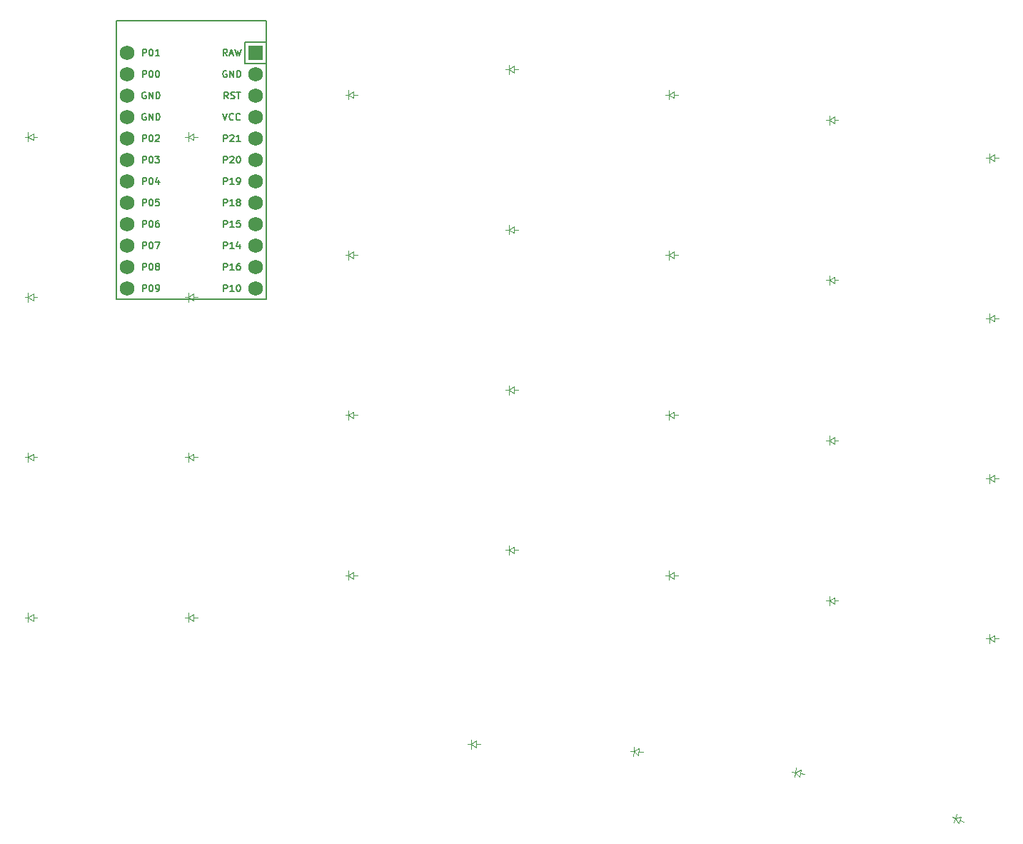
<source format=gbr>
%TF.GenerationSoftware,KiCad,Pcbnew,8.0.6*%
%TF.CreationDate,2024-11-09T22:39:55-08:00*%
%TF.ProjectId,altair,616c7461-6972-42e6-9b69-6361645f7063,v1.0.0*%
%TF.SameCoordinates,Original*%
%TF.FileFunction,Legend,Top*%
%TF.FilePolarity,Positive*%
%FSLAX46Y46*%
G04 Gerber Fmt 4.6, Leading zero omitted, Abs format (unit mm)*
G04 Created by KiCad (PCBNEW 8.0.6) date 2024-11-09 22:39:55*
%MOMM*%
%LPD*%
G01*
G04 APERTURE LIST*
%ADD10C,0.150000*%
%ADD11C,0.100000*%
%ADD12R,1.752600X1.752600*%
%ADD13C,1.752600*%
G04 APERTURE END LIST*
D10*
X123247619Y-38392295D02*
X122980952Y-38011342D01*
X122790476Y-38392295D02*
X122790476Y-37592295D01*
X122790476Y-37592295D02*
X123095238Y-37592295D01*
X123095238Y-37592295D02*
X123171428Y-37630390D01*
X123171428Y-37630390D02*
X123209523Y-37668485D01*
X123209523Y-37668485D02*
X123247619Y-37744676D01*
X123247619Y-37744676D02*
X123247619Y-37858961D01*
X123247619Y-37858961D02*
X123209523Y-37935152D01*
X123209523Y-37935152D02*
X123171428Y-37973247D01*
X123171428Y-37973247D02*
X123095238Y-38011342D01*
X123095238Y-38011342D02*
X122790476Y-38011342D01*
X123552380Y-38163723D02*
X123933333Y-38163723D01*
X123476190Y-38392295D02*
X123742857Y-37592295D01*
X123742857Y-37592295D02*
X124009523Y-38392295D01*
X124199999Y-37592295D02*
X124390475Y-38392295D01*
X124390475Y-38392295D02*
X124542856Y-37820866D01*
X124542856Y-37820866D02*
X124695237Y-38392295D01*
X124695237Y-38392295D02*
X124885714Y-37592295D01*
X123190476Y-40170390D02*
X123114286Y-40132295D01*
X123114286Y-40132295D02*
X123000000Y-40132295D01*
X123000000Y-40132295D02*
X122885714Y-40170390D01*
X122885714Y-40170390D02*
X122809524Y-40246580D01*
X122809524Y-40246580D02*
X122771429Y-40322771D01*
X122771429Y-40322771D02*
X122733333Y-40475152D01*
X122733333Y-40475152D02*
X122733333Y-40589438D01*
X122733333Y-40589438D02*
X122771429Y-40741819D01*
X122771429Y-40741819D02*
X122809524Y-40818009D01*
X122809524Y-40818009D02*
X122885714Y-40894200D01*
X122885714Y-40894200D02*
X123000000Y-40932295D01*
X123000000Y-40932295D02*
X123076191Y-40932295D01*
X123076191Y-40932295D02*
X123190476Y-40894200D01*
X123190476Y-40894200D02*
X123228572Y-40856104D01*
X123228572Y-40856104D02*
X123228572Y-40589438D01*
X123228572Y-40589438D02*
X123076191Y-40589438D01*
X123571429Y-40932295D02*
X123571429Y-40132295D01*
X123571429Y-40132295D02*
X124028572Y-40932295D01*
X124028572Y-40932295D02*
X124028572Y-40132295D01*
X124409524Y-40932295D02*
X124409524Y-40132295D01*
X124409524Y-40132295D02*
X124600000Y-40132295D01*
X124600000Y-40132295D02*
X124714286Y-40170390D01*
X124714286Y-40170390D02*
X124790476Y-40246580D01*
X124790476Y-40246580D02*
X124828571Y-40322771D01*
X124828571Y-40322771D02*
X124866667Y-40475152D01*
X124866667Y-40475152D02*
X124866667Y-40589438D01*
X124866667Y-40589438D02*
X124828571Y-40741819D01*
X124828571Y-40741819D02*
X124790476Y-40818009D01*
X124790476Y-40818009D02*
X124714286Y-40894200D01*
X124714286Y-40894200D02*
X124600000Y-40932295D01*
X124600000Y-40932295D02*
X124409524Y-40932295D01*
X123361905Y-43472295D02*
X123095238Y-43091342D01*
X122904762Y-43472295D02*
X122904762Y-42672295D01*
X122904762Y-42672295D02*
X123209524Y-42672295D01*
X123209524Y-42672295D02*
X123285714Y-42710390D01*
X123285714Y-42710390D02*
X123323809Y-42748485D01*
X123323809Y-42748485D02*
X123361905Y-42824676D01*
X123361905Y-42824676D02*
X123361905Y-42938961D01*
X123361905Y-42938961D02*
X123323809Y-43015152D01*
X123323809Y-43015152D02*
X123285714Y-43053247D01*
X123285714Y-43053247D02*
X123209524Y-43091342D01*
X123209524Y-43091342D02*
X122904762Y-43091342D01*
X123666666Y-43434200D02*
X123780952Y-43472295D01*
X123780952Y-43472295D02*
X123971428Y-43472295D01*
X123971428Y-43472295D02*
X124047619Y-43434200D01*
X124047619Y-43434200D02*
X124085714Y-43396104D01*
X124085714Y-43396104D02*
X124123809Y-43319914D01*
X124123809Y-43319914D02*
X124123809Y-43243723D01*
X124123809Y-43243723D02*
X124085714Y-43167533D01*
X124085714Y-43167533D02*
X124047619Y-43129438D01*
X124047619Y-43129438D02*
X123971428Y-43091342D01*
X123971428Y-43091342D02*
X123819047Y-43053247D01*
X123819047Y-43053247D02*
X123742857Y-43015152D01*
X123742857Y-43015152D02*
X123704762Y-42977057D01*
X123704762Y-42977057D02*
X123666666Y-42900866D01*
X123666666Y-42900866D02*
X123666666Y-42824676D01*
X123666666Y-42824676D02*
X123704762Y-42748485D01*
X123704762Y-42748485D02*
X123742857Y-42710390D01*
X123742857Y-42710390D02*
X123819047Y-42672295D01*
X123819047Y-42672295D02*
X124009524Y-42672295D01*
X124009524Y-42672295D02*
X124123809Y-42710390D01*
X124352381Y-42672295D02*
X124809524Y-42672295D01*
X124580952Y-43472295D02*
X124580952Y-42672295D01*
X122733333Y-45212295D02*
X123000000Y-46012295D01*
X123000000Y-46012295D02*
X123266666Y-45212295D01*
X123990476Y-45936104D02*
X123952380Y-45974200D01*
X123952380Y-45974200D02*
X123838095Y-46012295D01*
X123838095Y-46012295D02*
X123761904Y-46012295D01*
X123761904Y-46012295D02*
X123647618Y-45974200D01*
X123647618Y-45974200D02*
X123571428Y-45898009D01*
X123571428Y-45898009D02*
X123533333Y-45821819D01*
X123533333Y-45821819D02*
X123495237Y-45669438D01*
X123495237Y-45669438D02*
X123495237Y-45555152D01*
X123495237Y-45555152D02*
X123533333Y-45402771D01*
X123533333Y-45402771D02*
X123571428Y-45326580D01*
X123571428Y-45326580D02*
X123647618Y-45250390D01*
X123647618Y-45250390D02*
X123761904Y-45212295D01*
X123761904Y-45212295D02*
X123838095Y-45212295D01*
X123838095Y-45212295D02*
X123952380Y-45250390D01*
X123952380Y-45250390D02*
X123990476Y-45288485D01*
X124790476Y-45936104D02*
X124752380Y-45974200D01*
X124752380Y-45974200D02*
X124638095Y-46012295D01*
X124638095Y-46012295D02*
X124561904Y-46012295D01*
X124561904Y-46012295D02*
X124447618Y-45974200D01*
X124447618Y-45974200D02*
X124371428Y-45898009D01*
X124371428Y-45898009D02*
X124333333Y-45821819D01*
X124333333Y-45821819D02*
X124295237Y-45669438D01*
X124295237Y-45669438D02*
X124295237Y-45555152D01*
X124295237Y-45555152D02*
X124333333Y-45402771D01*
X124333333Y-45402771D02*
X124371428Y-45326580D01*
X124371428Y-45326580D02*
X124447618Y-45250390D01*
X124447618Y-45250390D02*
X124561904Y-45212295D01*
X124561904Y-45212295D02*
X124638095Y-45212295D01*
X124638095Y-45212295D02*
X124752380Y-45250390D01*
X124752380Y-45250390D02*
X124790476Y-45288485D01*
X122828571Y-48552295D02*
X122828571Y-47752295D01*
X122828571Y-47752295D02*
X123133333Y-47752295D01*
X123133333Y-47752295D02*
X123209523Y-47790390D01*
X123209523Y-47790390D02*
X123247618Y-47828485D01*
X123247618Y-47828485D02*
X123285714Y-47904676D01*
X123285714Y-47904676D02*
X123285714Y-48018961D01*
X123285714Y-48018961D02*
X123247618Y-48095152D01*
X123247618Y-48095152D02*
X123209523Y-48133247D01*
X123209523Y-48133247D02*
X123133333Y-48171342D01*
X123133333Y-48171342D02*
X122828571Y-48171342D01*
X123590475Y-47828485D02*
X123628571Y-47790390D01*
X123628571Y-47790390D02*
X123704761Y-47752295D01*
X123704761Y-47752295D02*
X123895237Y-47752295D01*
X123895237Y-47752295D02*
X123971428Y-47790390D01*
X123971428Y-47790390D02*
X124009523Y-47828485D01*
X124009523Y-47828485D02*
X124047618Y-47904676D01*
X124047618Y-47904676D02*
X124047618Y-47980866D01*
X124047618Y-47980866D02*
X124009523Y-48095152D01*
X124009523Y-48095152D02*
X123552380Y-48552295D01*
X123552380Y-48552295D02*
X124047618Y-48552295D01*
X124809523Y-48552295D02*
X124352380Y-48552295D01*
X124580952Y-48552295D02*
X124580952Y-47752295D01*
X124580952Y-47752295D02*
X124504761Y-47866580D01*
X124504761Y-47866580D02*
X124428571Y-47942771D01*
X124428571Y-47942771D02*
X124352380Y-47980866D01*
X122828571Y-51092295D02*
X122828571Y-50292295D01*
X122828571Y-50292295D02*
X123133333Y-50292295D01*
X123133333Y-50292295D02*
X123209523Y-50330390D01*
X123209523Y-50330390D02*
X123247618Y-50368485D01*
X123247618Y-50368485D02*
X123285714Y-50444676D01*
X123285714Y-50444676D02*
X123285714Y-50558961D01*
X123285714Y-50558961D02*
X123247618Y-50635152D01*
X123247618Y-50635152D02*
X123209523Y-50673247D01*
X123209523Y-50673247D02*
X123133333Y-50711342D01*
X123133333Y-50711342D02*
X122828571Y-50711342D01*
X123590475Y-50368485D02*
X123628571Y-50330390D01*
X123628571Y-50330390D02*
X123704761Y-50292295D01*
X123704761Y-50292295D02*
X123895237Y-50292295D01*
X123895237Y-50292295D02*
X123971428Y-50330390D01*
X123971428Y-50330390D02*
X124009523Y-50368485D01*
X124009523Y-50368485D02*
X124047618Y-50444676D01*
X124047618Y-50444676D02*
X124047618Y-50520866D01*
X124047618Y-50520866D02*
X124009523Y-50635152D01*
X124009523Y-50635152D02*
X123552380Y-51092295D01*
X123552380Y-51092295D02*
X124047618Y-51092295D01*
X124542857Y-50292295D02*
X124619047Y-50292295D01*
X124619047Y-50292295D02*
X124695238Y-50330390D01*
X124695238Y-50330390D02*
X124733333Y-50368485D01*
X124733333Y-50368485D02*
X124771428Y-50444676D01*
X124771428Y-50444676D02*
X124809523Y-50597057D01*
X124809523Y-50597057D02*
X124809523Y-50787533D01*
X124809523Y-50787533D02*
X124771428Y-50939914D01*
X124771428Y-50939914D02*
X124733333Y-51016104D01*
X124733333Y-51016104D02*
X124695238Y-51054200D01*
X124695238Y-51054200D02*
X124619047Y-51092295D01*
X124619047Y-51092295D02*
X124542857Y-51092295D01*
X124542857Y-51092295D02*
X124466666Y-51054200D01*
X124466666Y-51054200D02*
X124428571Y-51016104D01*
X124428571Y-51016104D02*
X124390476Y-50939914D01*
X124390476Y-50939914D02*
X124352380Y-50787533D01*
X124352380Y-50787533D02*
X124352380Y-50597057D01*
X124352380Y-50597057D02*
X124390476Y-50444676D01*
X124390476Y-50444676D02*
X124428571Y-50368485D01*
X124428571Y-50368485D02*
X124466666Y-50330390D01*
X124466666Y-50330390D02*
X124542857Y-50292295D01*
X122828571Y-53632295D02*
X122828571Y-52832295D01*
X122828571Y-52832295D02*
X123133333Y-52832295D01*
X123133333Y-52832295D02*
X123209523Y-52870390D01*
X123209523Y-52870390D02*
X123247618Y-52908485D01*
X123247618Y-52908485D02*
X123285714Y-52984676D01*
X123285714Y-52984676D02*
X123285714Y-53098961D01*
X123285714Y-53098961D02*
X123247618Y-53175152D01*
X123247618Y-53175152D02*
X123209523Y-53213247D01*
X123209523Y-53213247D02*
X123133333Y-53251342D01*
X123133333Y-53251342D02*
X122828571Y-53251342D01*
X124047618Y-53632295D02*
X123590475Y-53632295D01*
X123819047Y-53632295D02*
X123819047Y-52832295D01*
X123819047Y-52832295D02*
X123742856Y-52946580D01*
X123742856Y-52946580D02*
X123666666Y-53022771D01*
X123666666Y-53022771D02*
X123590475Y-53060866D01*
X124428571Y-53632295D02*
X124580952Y-53632295D01*
X124580952Y-53632295D02*
X124657142Y-53594200D01*
X124657142Y-53594200D02*
X124695238Y-53556104D01*
X124695238Y-53556104D02*
X124771428Y-53441819D01*
X124771428Y-53441819D02*
X124809523Y-53289438D01*
X124809523Y-53289438D02*
X124809523Y-52984676D01*
X124809523Y-52984676D02*
X124771428Y-52908485D01*
X124771428Y-52908485D02*
X124733333Y-52870390D01*
X124733333Y-52870390D02*
X124657142Y-52832295D01*
X124657142Y-52832295D02*
X124504761Y-52832295D01*
X124504761Y-52832295D02*
X124428571Y-52870390D01*
X124428571Y-52870390D02*
X124390476Y-52908485D01*
X124390476Y-52908485D02*
X124352380Y-52984676D01*
X124352380Y-52984676D02*
X124352380Y-53175152D01*
X124352380Y-53175152D02*
X124390476Y-53251342D01*
X124390476Y-53251342D02*
X124428571Y-53289438D01*
X124428571Y-53289438D02*
X124504761Y-53327533D01*
X124504761Y-53327533D02*
X124657142Y-53327533D01*
X124657142Y-53327533D02*
X124733333Y-53289438D01*
X124733333Y-53289438D02*
X124771428Y-53251342D01*
X124771428Y-53251342D02*
X124809523Y-53175152D01*
X122828571Y-56172295D02*
X122828571Y-55372295D01*
X122828571Y-55372295D02*
X123133333Y-55372295D01*
X123133333Y-55372295D02*
X123209523Y-55410390D01*
X123209523Y-55410390D02*
X123247618Y-55448485D01*
X123247618Y-55448485D02*
X123285714Y-55524676D01*
X123285714Y-55524676D02*
X123285714Y-55638961D01*
X123285714Y-55638961D02*
X123247618Y-55715152D01*
X123247618Y-55715152D02*
X123209523Y-55753247D01*
X123209523Y-55753247D02*
X123133333Y-55791342D01*
X123133333Y-55791342D02*
X122828571Y-55791342D01*
X124047618Y-56172295D02*
X123590475Y-56172295D01*
X123819047Y-56172295D02*
X123819047Y-55372295D01*
X123819047Y-55372295D02*
X123742856Y-55486580D01*
X123742856Y-55486580D02*
X123666666Y-55562771D01*
X123666666Y-55562771D02*
X123590475Y-55600866D01*
X124504761Y-55715152D02*
X124428571Y-55677057D01*
X124428571Y-55677057D02*
X124390476Y-55638961D01*
X124390476Y-55638961D02*
X124352380Y-55562771D01*
X124352380Y-55562771D02*
X124352380Y-55524676D01*
X124352380Y-55524676D02*
X124390476Y-55448485D01*
X124390476Y-55448485D02*
X124428571Y-55410390D01*
X124428571Y-55410390D02*
X124504761Y-55372295D01*
X124504761Y-55372295D02*
X124657142Y-55372295D01*
X124657142Y-55372295D02*
X124733333Y-55410390D01*
X124733333Y-55410390D02*
X124771428Y-55448485D01*
X124771428Y-55448485D02*
X124809523Y-55524676D01*
X124809523Y-55524676D02*
X124809523Y-55562771D01*
X124809523Y-55562771D02*
X124771428Y-55638961D01*
X124771428Y-55638961D02*
X124733333Y-55677057D01*
X124733333Y-55677057D02*
X124657142Y-55715152D01*
X124657142Y-55715152D02*
X124504761Y-55715152D01*
X124504761Y-55715152D02*
X124428571Y-55753247D01*
X124428571Y-55753247D02*
X124390476Y-55791342D01*
X124390476Y-55791342D02*
X124352380Y-55867533D01*
X124352380Y-55867533D02*
X124352380Y-56019914D01*
X124352380Y-56019914D02*
X124390476Y-56096104D01*
X124390476Y-56096104D02*
X124428571Y-56134200D01*
X124428571Y-56134200D02*
X124504761Y-56172295D01*
X124504761Y-56172295D02*
X124657142Y-56172295D01*
X124657142Y-56172295D02*
X124733333Y-56134200D01*
X124733333Y-56134200D02*
X124771428Y-56096104D01*
X124771428Y-56096104D02*
X124809523Y-56019914D01*
X124809523Y-56019914D02*
X124809523Y-55867533D01*
X124809523Y-55867533D02*
X124771428Y-55791342D01*
X124771428Y-55791342D02*
X124733333Y-55753247D01*
X124733333Y-55753247D02*
X124657142Y-55715152D01*
X122828571Y-58712295D02*
X122828571Y-57912295D01*
X122828571Y-57912295D02*
X123133333Y-57912295D01*
X123133333Y-57912295D02*
X123209523Y-57950390D01*
X123209523Y-57950390D02*
X123247618Y-57988485D01*
X123247618Y-57988485D02*
X123285714Y-58064676D01*
X123285714Y-58064676D02*
X123285714Y-58178961D01*
X123285714Y-58178961D02*
X123247618Y-58255152D01*
X123247618Y-58255152D02*
X123209523Y-58293247D01*
X123209523Y-58293247D02*
X123133333Y-58331342D01*
X123133333Y-58331342D02*
X122828571Y-58331342D01*
X124047618Y-58712295D02*
X123590475Y-58712295D01*
X123819047Y-58712295D02*
X123819047Y-57912295D01*
X123819047Y-57912295D02*
X123742856Y-58026580D01*
X123742856Y-58026580D02*
X123666666Y-58102771D01*
X123666666Y-58102771D02*
X123590475Y-58140866D01*
X124771428Y-57912295D02*
X124390476Y-57912295D01*
X124390476Y-57912295D02*
X124352380Y-58293247D01*
X124352380Y-58293247D02*
X124390476Y-58255152D01*
X124390476Y-58255152D02*
X124466666Y-58217057D01*
X124466666Y-58217057D02*
X124657142Y-58217057D01*
X124657142Y-58217057D02*
X124733333Y-58255152D01*
X124733333Y-58255152D02*
X124771428Y-58293247D01*
X124771428Y-58293247D02*
X124809523Y-58369438D01*
X124809523Y-58369438D02*
X124809523Y-58559914D01*
X124809523Y-58559914D02*
X124771428Y-58636104D01*
X124771428Y-58636104D02*
X124733333Y-58674200D01*
X124733333Y-58674200D02*
X124657142Y-58712295D01*
X124657142Y-58712295D02*
X124466666Y-58712295D01*
X124466666Y-58712295D02*
X124390476Y-58674200D01*
X124390476Y-58674200D02*
X124352380Y-58636104D01*
X122828571Y-61252295D02*
X122828571Y-60452295D01*
X122828571Y-60452295D02*
X123133333Y-60452295D01*
X123133333Y-60452295D02*
X123209523Y-60490390D01*
X123209523Y-60490390D02*
X123247618Y-60528485D01*
X123247618Y-60528485D02*
X123285714Y-60604676D01*
X123285714Y-60604676D02*
X123285714Y-60718961D01*
X123285714Y-60718961D02*
X123247618Y-60795152D01*
X123247618Y-60795152D02*
X123209523Y-60833247D01*
X123209523Y-60833247D02*
X123133333Y-60871342D01*
X123133333Y-60871342D02*
X122828571Y-60871342D01*
X124047618Y-61252295D02*
X123590475Y-61252295D01*
X123819047Y-61252295D02*
X123819047Y-60452295D01*
X123819047Y-60452295D02*
X123742856Y-60566580D01*
X123742856Y-60566580D02*
X123666666Y-60642771D01*
X123666666Y-60642771D02*
X123590475Y-60680866D01*
X124733333Y-60718961D02*
X124733333Y-61252295D01*
X124542857Y-60414200D02*
X124352380Y-60985628D01*
X124352380Y-60985628D02*
X124847619Y-60985628D01*
X122828571Y-63792295D02*
X122828571Y-62992295D01*
X122828571Y-62992295D02*
X123133333Y-62992295D01*
X123133333Y-62992295D02*
X123209523Y-63030390D01*
X123209523Y-63030390D02*
X123247618Y-63068485D01*
X123247618Y-63068485D02*
X123285714Y-63144676D01*
X123285714Y-63144676D02*
X123285714Y-63258961D01*
X123285714Y-63258961D02*
X123247618Y-63335152D01*
X123247618Y-63335152D02*
X123209523Y-63373247D01*
X123209523Y-63373247D02*
X123133333Y-63411342D01*
X123133333Y-63411342D02*
X122828571Y-63411342D01*
X124047618Y-63792295D02*
X123590475Y-63792295D01*
X123819047Y-63792295D02*
X123819047Y-62992295D01*
X123819047Y-62992295D02*
X123742856Y-63106580D01*
X123742856Y-63106580D02*
X123666666Y-63182771D01*
X123666666Y-63182771D02*
X123590475Y-63220866D01*
X124733333Y-62992295D02*
X124580952Y-62992295D01*
X124580952Y-62992295D02*
X124504761Y-63030390D01*
X124504761Y-63030390D02*
X124466666Y-63068485D01*
X124466666Y-63068485D02*
X124390476Y-63182771D01*
X124390476Y-63182771D02*
X124352380Y-63335152D01*
X124352380Y-63335152D02*
X124352380Y-63639914D01*
X124352380Y-63639914D02*
X124390476Y-63716104D01*
X124390476Y-63716104D02*
X124428571Y-63754200D01*
X124428571Y-63754200D02*
X124504761Y-63792295D01*
X124504761Y-63792295D02*
X124657142Y-63792295D01*
X124657142Y-63792295D02*
X124733333Y-63754200D01*
X124733333Y-63754200D02*
X124771428Y-63716104D01*
X124771428Y-63716104D02*
X124809523Y-63639914D01*
X124809523Y-63639914D02*
X124809523Y-63449438D01*
X124809523Y-63449438D02*
X124771428Y-63373247D01*
X124771428Y-63373247D02*
X124733333Y-63335152D01*
X124733333Y-63335152D02*
X124657142Y-63297057D01*
X124657142Y-63297057D02*
X124504761Y-63297057D01*
X124504761Y-63297057D02*
X124428571Y-63335152D01*
X124428571Y-63335152D02*
X124390476Y-63373247D01*
X124390476Y-63373247D02*
X124352380Y-63449438D01*
X122828571Y-66332295D02*
X122828571Y-65532295D01*
X122828571Y-65532295D02*
X123133333Y-65532295D01*
X123133333Y-65532295D02*
X123209523Y-65570390D01*
X123209523Y-65570390D02*
X123247618Y-65608485D01*
X123247618Y-65608485D02*
X123285714Y-65684676D01*
X123285714Y-65684676D02*
X123285714Y-65798961D01*
X123285714Y-65798961D02*
X123247618Y-65875152D01*
X123247618Y-65875152D02*
X123209523Y-65913247D01*
X123209523Y-65913247D02*
X123133333Y-65951342D01*
X123133333Y-65951342D02*
X122828571Y-65951342D01*
X124047618Y-66332295D02*
X123590475Y-66332295D01*
X123819047Y-66332295D02*
X123819047Y-65532295D01*
X123819047Y-65532295D02*
X123742856Y-65646580D01*
X123742856Y-65646580D02*
X123666666Y-65722771D01*
X123666666Y-65722771D02*
X123590475Y-65760866D01*
X124542857Y-65532295D02*
X124619047Y-65532295D01*
X124619047Y-65532295D02*
X124695238Y-65570390D01*
X124695238Y-65570390D02*
X124733333Y-65608485D01*
X124733333Y-65608485D02*
X124771428Y-65684676D01*
X124771428Y-65684676D02*
X124809523Y-65837057D01*
X124809523Y-65837057D02*
X124809523Y-66027533D01*
X124809523Y-66027533D02*
X124771428Y-66179914D01*
X124771428Y-66179914D02*
X124733333Y-66256104D01*
X124733333Y-66256104D02*
X124695238Y-66294200D01*
X124695238Y-66294200D02*
X124619047Y-66332295D01*
X124619047Y-66332295D02*
X124542857Y-66332295D01*
X124542857Y-66332295D02*
X124466666Y-66294200D01*
X124466666Y-66294200D02*
X124428571Y-66256104D01*
X124428571Y-66256104D02*
X124390476Y-66179914D01*
X124390476Y-66179914D02*
X124352380Y-66027533D01*
X124352380Y-66027533D02*
X124352380Y-65837057D01*
X124352380Y-65837057D02*
X124390476Y-65684676D01*
X124390476Y-65684676D02*
X124428571Y-65608485D01*
X124428571Y-65608485D02*
X124466666Y-65570390D01*
X124466666Y-65570390D02*
X124542857Y-65532295D01*
X113228571Y-38392295D02*
X113228571Y-37592295D01*
X113228571Y-37592295D02*
X113533333Y-37592295D01*
X113533333Y-37592295D02*
X113609523Y-37630390D01*
X113609523Y-37630390D02*
X113647618Y-37668485D01*
X113647618Y-37668485D02*
X113685714Y-37744676D01*
X113685714Y-37744676D02*
X113685714Y-37858961D01*
X113685714Y-37858961D02*
X113647618Y-37935152D01*
X113647618Y-37935152D02*
X113609523Y-37973247D01*
X113609523Y-37973247D02*
X113533333Y-38011342D01*
X113533333Y-38011342D02*
X113228571Y-38011342D01*
X114180952Y-37592295D02*
X114257142Y-37592295D01*
X114257142Y-37592295D02*
X114333333Y-37630390D01*
X114333333Y-37630390D02*
X114371428Y-37668485D01*
X114371428Y-37668485D02*
X114409523Y-37744676D01*
X114409523Y-37744676D02*
X114447618Y-37897057D01*
X114447618Y-37897057D02*
X114447618Y-38087533D01*
X114447618Y-38087533D02*
X114409523Y-38239914D01*
X114409523Y-38239914D02*
X114371428Y-38316104D01*
X114371428Y-38316104D02*
X114333333Y-38354200D01*
X114333333Y-38354200D02*
X114257142Y-38392295D01*
X114257142Y-38392295D02*
X114180952Y-38392295D01*
X114180952Y-38392295D02*
X114104761Y-38354200D01*
X114104761Y-38354200D02*
X114066666Y-38316104D01*
X114066666Y-38316104D02*
X114028571Y-38239914D01*
X114028571Y-38239914D02*
X113990475Y-38087533D01*
X113990475Y-38087533D02*
X113990475Y-37897057D01*
X113990475Y-37897057D02*
X114028571Y-37744676D01*
X114028571Y-37744676D02*
X114066666Y-37668485D01*
X114066666Y-37668485D02*
X114104761Y-37630390D01*
X114104761Y-37630390D02*
X114180952Y-37592295D01*
X115209523Y-38392295D02*
X114752380Y-38392295D01*
X114980952Y-38392295D02*
X114980952Y-37592295D01*
X114980952Y-37592295D02*
X114904761Y-37706580D01*
X114904761Y-37706580D02*
X114828571Y-37782771D01*
X114828571Y-37782771D02*
X114752380Y-37820866D01*
X113228571Y-40932295D02*
X113228571Y-40132295D01*
X113228571Y-40132295D02*
X113533333Y-40132295D01*
X113533333Y-40132295D02*
X113609523Y-40170390D01*
X113609523Y-40170390D02*
X113647618Y-40208485D01*
X113647618Y-40208485D02*
X113685714Y-40284676D01*
X113685714Y-40284676D02*
X113685714Y-40398961D01*
X113685714Y-40398961D02*
X113647618Y-40475152D01*
X113647618Y-40475152D02*
X113609523Y-40513247D01*
X113609523Y-40513247D02*
X113533333Y-40551342D01*
X113533333Y-40551342D02*
X113228571Y-40551342D01*
X114180952Y-40132295D02*
X114257142Y-40132295D01*
X114257142Y-40132295D02*
X114333333Y-40170390D01*
X114333333Y-40170390D02*
X114371428Y-40208485D01*
X114371428Y-40208485D02*
X114409523Y-40284676D01*
X114409523Y-40284676D02*
X114447618Y-40437057D01*
X114447618Y-40437057D02*
X114447618Y-40627533D01*
X114447618Y-40627533D02*
X114409523Y-40779914D01*
X114409523Y-40779914D02*
X114371428Y-40856104D01*
X114371428Y-40856104D02*
X114333333Y-40894200D01*
X114333333Y-40894200D02*
X114257142Y-40932295D01*
X114257142Y-40932295D02*
X114180952Y-40932295D01*
X114180952Y-40932295D02*
X114104761Y-40894200D01*
X114104761Y-40894200D02*
X114066666Y-40856104D01*
X114066666Y-40856104D02*
X114028571Y-40779914D01*
X114028571Y-40779914D02*
X113990475Y-40627533D01*
X113990475Y-40627533D02*
X113990475Y-40437057D01*
X113990475Y-40437057D02*
X114028571Y-40284676D01*
X114028571Y-40284676D02*
X114066666Y-40208485D01*
X114066666Y-40208485D02*
X114104761Y-40170390D01*
X114104761Y-40170390D02*
X114180952Y-40132295D01*
X114942857Y-40132295D02*
X115019047Y-40132295D01*
X115019047Y-40132295D02*
X115095238Y-40170390D01*
X115095238Y-40170390D02*
X115133333Y-40208485D01*
X115133333Y-40208485D02*
X115171428Y-40284676D01*
X115171428Y-40284676D02*
X115209523Y-40437057D01*
X115209523Y-40437057D02*
X115209523Y-40627533D01*
X115209523Y-40627533D02*
X115171428Y-40779914D01*
X115171428Y-40779914D02*
X115133333Y-40856104D01*
X115133333Y-40856104D02*
X115095238Y-40894200D01*
X115095238Y-40894200D02*
X115019047Y-40932295D01*
X115019047Y-40932295D02*
X114942857Y-40932295D01*
X114942857Y-40932295D02*
X114866666Y-40894200D01*
X114866666Y-40894200D02*
X114828571Y-40856104D01*
X114828571Y-40856104D02*
X114790476Y-40779914D01*
X114790476Y-40779914D02*
X114752380Y-40627533D01*
X114752380Y-40627533D02*
X114752380Y-40437057D01*
X114752380Y-40437057D02*
X114790476Y-40284676D01*
X114790476Y-40284676D02*
X114828571Y-40208485D01*
X114828571Y-40208485D02*
X114866666Y-40170390D01*
X114866666Y-40170390D02*
X114942857Y-40132295D01*
X113590476Y-42710390D02*
X113514286Y-42672295D01*
X113514286Y-42672295D02*
X113400000Y-42672295D01*
X113400000Y-42672295D02*
X113285714Y-42710390D01*
X113285714Y-42710390D02*
X113209524Y-42786580D01*
X113209524Y-42786580D02*
X113171429Y-42862771D01*
X113171429Y-42862771D02*
X113133333Y-43015152D01*
X113133333Y-43015152D02*
X113133333Y-43129438D01*
X113133333Y-43129438D02*
X113171429Y-43281819D01*
X113171429Y-43281819D02*
X113209524Y-43358009D01*
X113209524Y-43358009D02*
X113285714Y-43434200D01*
X113285714Y-43434200D02*
X113400000Y-43472295D01*
X113400000Y-43472295D02*
X113476191Y-43472295D01*
X113476191Y-43472295D02*
X113590476Y-43434200D01*
X113590476Y-43434200D02*
X113628572Y-43396104D01*
X113628572Y-43396104D02*
X113628572Y-43129438D01*
X113628572Y-43129438D02*
X113476191Y-43129438D01*
X113971429Y-43472295D02*
X113971429Y-42672295D01*
X113971429Y-42672295D02*
X114428572Y-43472295D01*
X114428572Y-43472295D02*
X114428572Y-42672295D01*
X114809524Y-43472295D02*
X114809524Y-42672295D01*
X114809524Y-42672295D02*
X115000000Y-42672295D01*
X115000000Y-42672295D02*
X115114286Y-42710390D01*
X115114286Y-42710390D02*
X115190476Y-42786580D01*
X115190476Y-42786580D02*
X115228571Y-42862771D01*
X115228571Y-42862771D02*
X115266667Y-43015152D01*
X115266667Y-43015152D02*
X115266667Y-43129438D01*
X115266667Y-43129438D02*
X115228571Y-43281819D01*
X115228571Y-43281819D02*
X115190476Y-43358009D01*
X115190476Y-43358009D02*
X115114286Y-43434200D01*
X115114286Y-43434200D02*
X115000000Y-43472295D01*
X115000000Y-43472295D02*
X114809524Y-43472295D01*
X113590476Y-45250390D02*
X113514286Y-45212295D01*
X113514286Y-45212295D02*
X113400000Y-45212295D01*
X113400000Y-45212295D02*
X113285714Y-45250390D01*
X113285714Y-45250390D02*
X113209524Y-45326580D01*
X113209524Y-45326580D02*
X113171429Y-45402771D01*
X113171429Y-45402771D02*
X113133333Y-45555152D01*
X113133333Y-45555152D02*
X113133333Y-45669438D01*
X113133333Y-45669438D02*
X113171429Y-45821819D01*
X113171429Y-45821819D02*
X113209524Y-45898009D01*
X113209524Y-45898009D02*
X113285714Y-45974200D01*
X113285714Y-45974200D02*
X113400000Y-46012295D01*
X113400000Y-46012295D02*
X113476191Y-46012295D01*
X113476191Y-46012295D02*
X113590476Y-45974200D01*
X113590476Y-45974200D02*
X113628572Y-45936104D01*
X113628572Y-45936104D02*
X113628572Y-45669438D01*
X113628572Y-45669438D02*
X113476191Y-45669438D01*
X113971429Y-46012295D02*
X113971429Y-45212295D01*
X113971429Y-45212295D02*
X114428572Y-46012295D01*
X114428572Y-46012295D02*
X114428572Y-45212295D01*
X114809524Y-46012295D02*
X114809524Y-45212295D01*
X114809524Y-45212295D02*
X115000000Y-45212295D01*
X115000000Y-45212295D02*
X115114286Y-45250390D01*
X115114286Y-45250390D02*
X115190476Y-45326580D01*
X115190476Y-45326580D02*
X115228571Y-45402771D01*
X115228571Y-45402771D02*
X115266667Y-45555152D01*
X115266667Y-45555152D02*
X115266667Y-45669438D01*
X115266667Y-45669438D02*
X115228571Y-45821819D01*
X115228571Y-45821819D02*
X115190476Y-45898009D01*
X115190476Y-45898009D02*
X115114286Y-45974200D01*
X115114286Y-45974200D02*
X115000000Y-46012295D01*
X115000000Y-46012295D02*
X114809524Y-46012295D01*
X113228571Y-48552295D02*
X113228571Y-47752295D01*
X113228571Y-47752295D02*
X113533333Y-47752295D01*
X113533333Y-47752295D02*
X113609523Y-47790390D01*
X113609523Y-47790390D02*
X113647618Y-47828485D01*
X113647618Y-47828485D02*
X113685714Y-47904676D01*
X113685714Y-47904676D02*
X113685714Y-48018961D01*
X113685714Y-48018961D02*
X113647618Y-48095152D01*
X113647618Y-48095152D02*
X113609523Y-48133247D01*
X113609523Y-48133247D02*
X113533333Y-48171342D01*
X113533333Y-48171342D02*
X113228571Y-48171342D01*
X114180952Y-47752295D02*
X114257142Y-47752295D01*
X114257142Y-47752295D02*
X114333333Y-47790390D01*
X114333333Y-47790390D02*
X114371428Y-47828485D01*
X114371428Y-47828485D02*
X114409523Y-47904676D01*
X114409523Y-47904676D02*
X114447618Y-48057057D01*
X114447618Y-48057057D02*
X114447618Y-48247533D01*
X114447618Y-48247533D02*
X114409523Y-48399914D01*
X114409523Y-48399914D02*
X114371428Y-48476104D01*
X114371428Y-48476104D02*
X114333333Y-48514200D01*
X114333333Y-48514200D02*
X114257142Y-48552295D01*
X114257142Y-48552295D02*
X114180952Y-48552295D01*
X114180952Y-48552295D02*
X114104761Y-48514200D01*
X114104761Y-48514200D02*
X114066666Y-48476104D01*
X114066666Y-48476104D02*
X114028571Y-48399914D01*
X114028571Y-48399914D02*
X113990475Y-48247533D01*
X113990475Y-48247533D02*
X113990475Y-48057057D01*
X113990475Y-48057057D02*
X114028571Y-47904676D01*
X114028571Y-47904676D02*
X114066666Y-47828485D01*
X114066666Y-47828485D02*
X114104761Y-47790390D01*
X114104761Y-47790390D02*
X114180952Y-47752295D01*
X114752380Y-47828485D02*
X114790476Y-47790390D01*
X114790476Y-47790390D02*
X114866666Y-47752295D01*
X114866666Y-47752295D02*
X115057142Y-47752295D01*
X115057142Y-47752295D02*
X115133333Y-47790390D01*
X115133333Y-47790390D02*
X115171428Y-47828485D01*
X115171428Y-47828485D02*
X115209523Y-47904676D01*
X115209523Y-47904676D02*
X115209523Y-47980866D01*
X115209523Y-47980866D02*
X115171428Y-48095152D01*
X115171428Y-48095152D02*
X114714285Y-48552295D01*
X114714285Y-48552295D02*
X115209523Y-48552295D01*
X113228571Y-51092295D02*
X113228571Y-50292295D01*
X113228571Y-50292295D02*
X113533333Y-50292295D01*
X113533333Y-50292295D02*
X113609523Y-50330390D01*
X113609523Y-50330390D02*
X113647618Y-50368485D01*
X113647618Y-50368485D02*
X113685714Y-50444676D01*
X113685714Y-50444676D02*
X113685714Y-50558961D01*
X113685714Y-50558961D02*
X113647618Y-50635152D01*
X113647618Y-50635152D02*
X113609523Y-50673247D01*
X113609523Y-50673247D02*
X113533333Y-50711342D01*
X113533333Y-50711342D02*
X113228571Y-50711342D01*
X114180952Y-50292295D02*
X114257142Y-50292295D01*
X114257142Y-50292295D02*
X114333333Y-50330390D01*
X114333333Y-50330390D02*
X114371428Y-50368485D01*
X114371428Y-50368485D02*
X114409523Y-50444676D01*
X114409523Y-50444676D02*
X114447618Y-50597057D01*
X114447618Y-50597057D02*
X114447618Y-50787533D01*
X114447618Y-50787533D02*
X114409523Y-50939914D01*
X114409523Y-50939914D02*
X114371428Y-51016104D01*
X114371428Y-51016104D02*
X114333333Y-51054200D01*
X114333333Y-51054200D02*
X114257142Y-51092295D01*
X114257142Y-51092295D02*
X114180952Y-51092295D01*
X114180952Y-51092295D02*
X114104761Y-51054200D01*
X114104761Y-51054200D02*
X114066666Y-51016104D01*
X114066666Y-51016104D02*
X114028571Y-50939914D01*
X114028571Y-50939914D02*
X113990475Y-50787533D01*
X113990475Y-50787533D02*
X113990475Y-50597057D01*
X113990475Y-50597057D02*
X114028571Y-50444676D01*
X114028571Y-50444676D02*
X114066666Y-50368485D01*
X114066666Y-50368485D02*
X114104761Y-50330390D01*
X114104761Y-50330390D02*
X114180952Y-50292295D01*
X114714285Y-50292295D02*
X115209523Y-50292295D01*
X115209523Y-50292295D02*
X114942857Y-50597057D01*
X114942857Y-50597057D02*
X115057142Y-50597057D01*
X115057142Y-50597057D02*
X115133333Y-50635152D01*
X115133333Y-50635152D02*
X115171428Y-50673247D01*
X115171428Y-50673247D02*
X115209523Y-50749438D01*
X115209523Y-50749438D02*
X115209523Y-50939914D01*
X115209523Y-50939914D02*
X115171428Y-51016104D01*
X115171428Y-51016104D02*
X115133333Y-51054200D01*
X115133333Y-51054200D02*
X115057142Y-51092295D01*
X115057142Y-51092295D02*
X114828571Y-51092295D01*
X114828571Y-51092295D02*
X114752380Y-51054200D01*
X114752380Y-51054200D02*
X114714285Y-51016104D01*
X113228571Y-53632295D02*
X113228571Y-52832295D01*
X113228571Y-52832295D02*
X113533333Y-52832295D01*
X113533333Y-52832295D02*
X113609523Y-52870390D01*
X113609523Y-52870390D02*
X113647618Y-52908485D01*
X113647618Y-52908485D02*
X113685714Y-52984676D01*
X113685714Y-52984676D02*
X113685714Y-53098961D01*
X113685714Y-53098961D02*
X113647618Y-53175152D01*
X113647618Y-53175152D02*
X113609523Y-53213247D01*
X113609523Y-53213247D02*
X113533333Y-53251342D01*
X113533333Y-53251342D02*
X113228571Y-53251342D01*
X114180952Y-52832295D02*
X114257142Y-52832295D01*
X114257142Y-52832295D02*
X114333333Y-52870390D01*
X114333333Y-52870390D02*
X114371428Y-52908485D01*
X114371428Y-52908485D02*
X114409523Y-52984676D01*
X114409523Y-52984676D02*
X114447618Y-53137057D01*
X114447618Y-53137057D02*
X114447618Y-53327533D01*
X114447618Y-53327533D02*
X114409523Y-53479914D01*
X114409523Y-53479914D02*
X114371428Y-53556104D01*
X114371428Y-53556104D02*
X114333333Y-53594200D01*
X114333333Y-53594200D02*
X114257142Y-53632295D01*
X114257142Y-53632295D02*
X114180952Y-53632295D01*
X114180952Y-53632295D02*
X114104761Y-53594200D01*
X114104761Y-53594200D02*
X114066666Y-53556104D01*
X114066666Y-53556104D02*
X114028571Y-53479914D01*
X114028571Y-53479914D02*
X113990475Y-53327533D01*
X113990475Y-53327533D02*
X113990475Y-53137057D01*
X113990475Y-53137057D02*
X114028571Y-52984676D01*
X114028571Y-52984676D02*
X114066666Y-52908485D01*
X114066666Y-52908485D02*
X114104761Y-52870390D01*
X114104761Y-52870390D02*
X114180952Y-52832295D01*
X115133333Y-53098961D02*
X115133333Y-53632295D01*
X114942857Y-52794200D02*
X114752380Y-53365628D01*
X114752380Y-53365628D02*
X115247619Y-53365628D01*
X113228571Y-56172295D02*
X113228571Y-55372295D01*
X113228571Y-55372295D02*
X113533333Y-55372295D01*
X113533333Y-55372295D02*
X113609523Y-55410390D01*
X113609523Y-55410390D02*
X113647618Y-55448485D01*
X113647618Y-55448485D02*
X113685714Y-55524676D01*
X113685714Y-55524676D02*
X113685714Y-55638961D01*
X113685714Y-55638961D02*
X113647618Y-55715152D01*
X113647618Y-55715152D02*
X113609523Y-55753247D01*
X113609523Y-55753247D02*
X113533333Y-55791342D01*
X113533333Y-55791342D02*
X113228571Y-55791342D01*
X114180952Y-55372295D02*
X114257142Y-55372295D01*
X114257142Y-55372295D02*
X114333333Y-55410390D01*
X114333333Y-55410390D02*
X114371428Y-55448485D01*
X114371428Y-55448485D02*
X114409523Y-55524676D01*
X114409523Y-55524676D02*
X114447618Y-55677057D01*
X114447618Y-55677057D02*
X114447618Y-55867533D01*
X114447618Y-55867533D02*
X114409523Y-56019914D01*
X114409523Y-56019914D02*
X114371428Y-56096104D01*
X114371428Y-56096104D02*
X114333333Y-56134200D01*
X114333333Y-56134200D02*
X114257142Y-56172295D01*
X114257142Y-56172295D02*
X114180952Y-56172295D01*
X114180952Y-56172295D02*
X114104761Y-56134200D01*
X114104761Y-56134200D02*
X114066666Y-56096104D01*
X114066666Y-56096104D02*
X114028571Y-56019914D01*
X114028571Y-56019914D02*
X113990475Y-55867533D01*
X113990475Y-55867533D02*
X113990475Y-55677057D01*
X113990475Y-55677057D02*
X114028571Y-55524676D01*
X114028571Y-55524676D02*
X114066666Y-55448485D01*
X114066666Y-55448485D02*
X114104761Y-55410390D01*
X114104761Y-55410390D02*
X114180952Y-55372295D01*
X115171428Y-55372295D02*
X114790476Y-55372295D01*
X114790476Y-55372295D02*
X114752380Y-55753247D01*
X114752380Y-55753247D02*
X114790476Y-55715152D01*
X114790476Y-55715152D02*
X114866666Y-55677057D01*
X114866666Y-55677057D02*
X115057142Y-55677057D01*
X115057142Y-55677057D02*
X115133333Y-55715152D01*
X115133333Y-55715152D02*
X115171428Y-55753247D01*
X115171428Y-55753247D02*
X115209523Y-55829438D01*
X115209523Y-55829438D02*
X115209523Y-56019914D01*
X115209523Y-56019914D02*
X115171428Y-56096104D01*
X115171428Y-56096104D02*
X115133333Y-56134200D01*
X115133333Y-56134200D02*
X115057142Y-56172295D01*
X115057142Y-56172295D02*
X114866666Y-56172295D01*
X114866666Y-56172295D02*
X114790476Y-56134200D01*
X114790476Y-56134200D02*
X114752380Y-56096104D01*
X113228571Y-58712295D02*
X113228571Y-57912295D01*
X113228571Y-57912295D02*
X113533333Y-57912295D01*
X113533333Y-57912295D02*
X113609523Y-57950390D01*
X113609523Y-57950390D02*
X113647618Y-57988485D01*
X113647618Y-57988485D02*
X113685714Y-58064676D01*
X113685714Y-58064676D02*
X113685714Y-58178961D01*
X113685714Y-58178961D02*
X113647618Y-58255152D01*
X113647618Y-58255152D02*
X113609523Y-58293247D01*
X113609523Y-58293247D02*
X113533333Y-58331342D01*
X113533333Y-58331342D02*
X113228571Y-58331342D01*
X114180952Y-57912295D02*
X114257142Y-57912295D01*
X114257142Y-57912295D02*
X114333333Y-57950390D01*
X114333333Y-57950390D02*
X114371428Y-57988485D01*
X114371428Y-57988485D02*
X114409523Y-58064676D01*
X114409523Y-58064676D02*
X114447618Y-58217057D01*
X114447618Y-58217057D02*
X114447618Y-58407533D01*
X114447618Y-58407533D02*
X114409523Y-58559914D01*
X114409523Y-58559914D02*
X114371428Y-58636104D01*
X114371428Y-58636104D02*
X114333333Y-58674200D01*
X114333333Y-58674200D02*
X114257142Y-58712295D01*
X114257142Y-58712295D02*
X114180952Y-58712295D01*
X114180952Y-58712295D02*
X114104761Y-58674200D01*
X114104761Y-58674200D02*
X114066666Y-58636104D01*
X114066666Y-58636104D02*
X114028571Y-58559914D01*
X114028571Y-58559914D02*
X113990475Y-58407533D01*
X113990475Y-58407533D02*
X113990475Y-58217057D01*
X113990475Y-58217057D02*
X114028571Y-58064676D01*
X114028571Y-58064676D02*
X114066666Y-57988485D01*
X114066666Y-57988485D02*
X114104761Y-57950390D01*
X114104761Y-57950390D02*
X114180952Y-57912295D01*
X115133333Y-57912295D02*
X114980952Y-57912295D01*
X114980952Y-57912295D02*
X114904761Y-57950390D01*
X114904761Y-57950390D02*
X114866666Y-57988485D01*
X114866666Y-57988485D02*
X114790476Y-58102771D01*
X114790476Y-58102771D02*
X114752380Y-58255152D01*
X114752380Y-58255152D02*
X114752380Y-58559914D01*
X114752380Y-58559914D02*
X114790476Y-58636104D01*
X114790476Y-58636104D02*
X114828571Y-58674200D01*
X114828571Y-58674200D02*
X114904761Y-58712295D01*
X114904761Y-58712295D02*
X115057142Y-58712295D01*
X115057142Y-58712295D02*
X115133333Y-58674200D01*
X115133333Y-58674200D02*
X115171428Y-58636104D01*
X115171428Y-58636104D02*
X115209523Y-58559914D01*
X115209523Y-58559914D02*
X115209523Y-58369438D01*
X115209523Y-58369438D02*
X115171428Y-58293247D01*
X115171428Y-58293247D02*
X115133333Y-58255152D01*
X115133333Y-58255152D02*
X115057142Y-58217057D01*
X115057142Y-58217057D02*
X114904761Y-58217057D01*
X114904761Y-58217057D02*
X114828571Y-58255152D01*
X114828571Y-58255152D02*
X114790476Y-58293247D01*
X114790476Y-58293247D02*
X114752380Y-58369438D01*
X113228571Y-61252295D02*
X113228571Y-60452295D01*
X113228571Y-60452295D02*
X113533333Y-60452295D01*
X113533333Y-60452295D02*
X113609523Y-60490390D01*
X113609523Y-60490390D02*
X113647618Y-60528485D01*
X113647618Y-60528485D02*
X113685714Y-60604676D01*
X113685714Y-60604676D02*
X113685714Y-60718961D01*
X113685714Y-60718961D02*
X113647618Y-60795152D01*
X113647618Y-60795152D02*
X113609523Y-60833247D01*
X113609523Y-60833247D02*
X113533333Y-60871342D01*
X113533333Y-60871342D02*
X113228571Y-60871342D01*
X114180952Y-60452295D02*
X114257142Y-60452295D01*
X114257142Y-60452295D02*
X114333333Y-60490390D01*
X114333333Y-60490390D02*
X114371428Y-60528485D01*
X114371428Y-60528485D02*
X114409523Y-60604676D01*
X114409523Y-60604676D02*
X114447618Y-60757057D01*
X114447618Y-60757057D02*
X114447618Y-60947533D01*
X114447618Y-60947533D02*
X114409523Y-61099914D01*
X114409523Y-61099914D02*
X114371428Y-61176104D01*
X114371428Y-61176104D02*
X114333333Y-61214200D01*
X114333333Y-61214200D02*
X114257142Y-61252295D01*
X114257142Y-61252295D02*
X114180952Y-61252295D01*
X114180952Y-61252295D02*
X114104761Y-61214200D01*
X114104761Y-61214200D02*
X114066666Y-61176104D01*
X114066666Y-61176104D02*
X114028571Y-61099914D01*
X114028571Y-61099914D02*
X113990475Y-60947533D01*
X113990475Y-60947533D02*
X113990475Y-60757057D01*
X113990475Y-60757057D02*
X114028571Y-60604676D01*
X114028571Y-60604676D02*
X114066666Y-60528485D01*
X114066666Y-60528485D02*
X114104761Y-60490390D01*
X114104761Y-60490390D02*
X114180952Y-60452295D01*
X114714285Y-60452295D02*
X115247619Y-60452295D01*
X115247619Y-60452295D02*
X114904761Y-61252295D01*
X113228571Y-63792295D02*
X113228571Y-62992295D01*
X113228571Y-62992295D02*
X113533333Y-62992295D01*
X113533333Y-62992295D02*
X113609523Y-63030390D01*
X113609523Y-63030390D02*
X113647618Y-63068485D01*
X113647618Y-63068485D02*
X113685714Y-63144676D01*
X113685714Y-63144676D02*
X113685714Y-63258961D01*
X113685714Y-63258961D02*
X113647618Y-63335152D01*
X113647618Y-63335152D02*
X113609523Y-63373247D01*
X113609523Y-63373247D02*
X113533333Y-63411342D01*
X113533333Y-63411342D02*
X113228571Y-63411342D01*
X114180952Y-62992295D02*
X114257142Y-62992295D01*
X114257142Y-62992295D02*
X114333333Y-63030390D01*
X114333333Y-63030390D02*
X114371428Y-63068485D01*
X114371428Y-63068485D02*
X114409523Y-63144676D01*
X114409523Y-63144676D02*
X114447618Y-63297057D01*
X114447618Y-63297057D02*
X114447618Y-63487533D01*
X114447618Y-63487533D02*
X114409523Y-63639914D01*
X114409523Y-63639914D02*
X114371428Y-63716104D01*
X114371428Y-63716104D02*
X114333333Y-63754200D01*
X114333333Y-63754200D02*
X114257142Y-63792295D01*
X114257142Y-63792295D02*
X114180952Y-63792295D01*
X114180952Y-63792295D02*
X114104761Y-63754200D01*
X114104761Y-63754200D02*
X114066666Y-63716104D01*
X114066666Y-63716104D02*
X114028571Y-63639914D01*
X114028571Y-63639914D02*
X113990475Y-63487533D01*
X113990475Y-63487533D02*
X113990475Y-63297057D01*
X113990475Y-63297057D02*
X114028571Y-63144676D01*
X114028571Y-63144676D02*
X114066666Y-63068485D01*
X114066666Y-63068485D02*
X114104761Y-63030390D01*
X114104761Y-63030390D02*
X114180952Y-62992295D01*
X114904761Y-63335152D02*
X114828571Y-63297057D01*
X114828571Y-63297057D02*
X114790476Y-63258961D01*
X114790476Y-63258961D02*
X114752380Y-63182771D01*
X114752380Y-63182771D02*
X114752380Y-63144676D01*
X114752380Y-63144676D02*
X114790476Y-63068485D01*
X114790476Y-63068485D02*
X114828571Y-63030390D01*
X114828571Y-63030390D02*
X114904761Y-62992295D01*
X114904761Y-62992295D02*
X115057142Y-62992295D01*
X115057142Y-62992295D02*
X115133333Y-63030390D01*
X115133333Y-63030390D02*
X115171428Y-63068485D01*
X115171428Y-63068485D02*
X115209523Y-63144676D01*
X115209523Y-63144676D02*
X115209523Y-63182771D01*
X115209523Y-63182771D02*
X115171428Y-63258961D01*
X115171428Y-63258961D02*
X115133333Y-63297057D01*
X115133333Y-63297057D02*
X115057142Y-63335152D01*
X115057142Y-63335152D02*
X114904761Y-63335152D01*
X114904761Y-63335152D02*
X114828571Y-63373247D01*
X114828571Y-63373247D02*
X114790476Y-63411342D01*
X114790476Y-63411342D02*
X114752380Y-63487533D01*
X114752380Y-63487533D02*
X114752380Y-63639914D01*
X114752380Y-63639914D02*
X114790476Y-63716104D01*
X114790476Y-63716104D02*
X114828571Y-63754200D01*
X114828571Y-63754200D02*
X114904761Y-63792295D01*
X114904761Y-63792295D02*
X115057142Y-63792295D01*
X115057142Y-63792295D02*
X115133333Y-63754200D01*
X115133333Y-63754200D02*
X115171428Y-63716104D01*
X115171428Y-63716104D02*
X115209523Y-63639914D01*
X115209523Y-63639914D02*
X115209523Y-63487533D01*
X115209523Y-63487533D02*
X115171428Y-63411342D01*
X115171428Y-63411342D02*
X115133333Y-63373247D01*
X115133333Y-63373247D02*
X115057142Y-63335152D01*
X113228571Y-66332295D02*
X113228571Y-65532295D01*
X113228571Y-65532295D02*
X113533333Y-65532295D01*
X113533333Y-65532295D02*
X113609523Y-65570390D01*
X113609523Y-65570390D02*
X113647618Y-65608485D01*
X113647618Y-65608485D02*
X113685714Y-65684676D01*
X113685714Y-65684676D02*
X113685714Y-65798961D01*
X113685714Y-65798961D02*
X113647618Y-65875152D01*
X113647618Y-65875152D02*
X113609523Y-65913247D01*
X113609523Y-65913247D02*
X113533333Y-65951342D01*
X113533333Y-65951342D02*
X113228571Y-65951342D01*
X114180952Y-65532295D02*
X114257142Y-65532295D01*
X114257142Y-65532295D02*
X114333333Y-65570390D01*
X114333333Y-65570390D02*
X114371428Y-65608485D01*
X114371428Y-65608485D02*
X114409523Y-65684676D01*
X114409523Y-65684676D02*
X114447618Y-65837057D01*
X114447618Y-65837057D02*
X114447618Y-66027533D01*
X114447618Y-66027533D02*
X114409523Y-66179914D01*
X114409523Y-66179914D02*
X114371428Y-66256104D01*
X114371428Y-66256104D02*
X114333333Y-66294200D01*
X114333333Y-66294200D02*
X114257142Y-66332295D01*
X114257142Y-66332295D02*
X114180952Y-66332295D01*
X114180952Y-66332295D02*
X114104761Y-66294200D01*
X114104761Y-66294200D02*
X114066666Y-66256104D01*
X114066666Y-66256104D02*
X114028571Y-66179914D01*
X114028571Y-66179914D02*
X113990475Y-66027533D01*
X113990475Y-66027533D02*
X113990475Y-65837057D01*
X113990475Y-65837057D02*
X114028571Y-65684676D01*
X114028571Y-65684676D02*
X114066666Y-65608485D01*
X114066666Y-65608485D02*
X114104761Y-65570390D01*
X114104761Y-65570390D02*
X114180952Y-65532295D01*
X114828571Y-66332295D02*
X114980952Y-66332295D01*
X114980952Y-66332295D02*
X115057142Y-66294200D01*
X115057142Y-66294200D02*
X115095238Y-66256104D01*
X115095238Y-66256104D02*
X115171428Y-66141819D01*
X115171428Y-66141819D02*
X115209523Y-65989438D01*
X115209523Y-65989438D02*
X115209523Y-65684676D01*
X115209523Y-65684676D02*
X115171428Y-65608485D01*
X115171428Y-65608485D02*
X115133333Y-65570390D01*
X115133333Y-65570390D02*
X115057142Y-65532295D01*
X115057142Y-65532295D02*
X114904761Y-65532295D01*
X114904761Y-65532295D02*
X114828571Y-65570390D01*
X114828571Y-65570390D02*
X114790476Y-65608485D01*
X114790476Y-65608485D02*
X114752380Y-65684676D01*
X114752380Y-65684676D02*
X114752380Y-65875152D01*
X114752380Y-65875152D02*
X114790476Y-65951342D01*
X114790476Y-65951342D02*
X114828571Y-65989438D01*
X114828571Y-65989438D02*
X114904761Y-66027533D01*
X114904761Y-66027533D02*
X115057142Y-66027533D01*
X115057142Y-66027533D02*
X115133333Y-65989438D01*
X115133333Y-65989438D02*
X115171428Y-65951342D01*
X115171428Y-65951342D02*
X115209523Y-65875152D01*
D11*
%TO.C,D1*%
X100250000Y-105000000D02*
X100750000Y-105000000D01*
X100250000Y-105400000D02*
X99650000Y-105000000D01*
X100250000Y-104600000D02*
X100250000Y-105400000D01*
X99650000Y-105000000D02*
X100250000Y-104600000D01*
X99650000Y-105000000D02*
X99650000Y-105550000D01*
X99650000Y-105000000D02*
X99650000Y-104450000D01*
X99250000Y-105000000D02*
X99650000Y-105000000D01*
%TO.C,D2*%
X100250000Y-86000000D02*
X100750000Y-86000000D01*
X100250000Y-86400000D02*
X99650000Y-86000000D01*
X100250000Y-85600000D02*
X100250000Y-86400000D01*
X99650000Y-86000000D02*
X100250000Y-85600000D01*
X99650000Y-86000000D02*
X99650000Y-86550000D01*
X99650000Y-86000000D02*
X99650000Y-85450000D01*
X99250000Y-86000000D02*
X99650000Y-86000000D01*
%TO.C,D3*%
X100250000Y-67000000D02*
X100750000Y-67000000D01*
X100250000Y-67400000D02*
X99650000Y-67000000D01*
X100250000Y-66600000D02*
X100250000Y-67400000D01*
X99650000Y-67000000D02*
X100250000Y-66600000D01*
X99650000Y-67000000D02*
X99650000Y-67550000D01*
X99650000Y-67000000D02*
X99650000Y-66450000D01*
X99250000Y-67000000D02*
X99650000Y-67000000D01*
%TO.C,D4*%
X100250000Y-48000000D02*
X100750000Y-48000000D01*
X100250000Y-48400000D02*
X99650000Y-48000000D01*
X100250000Y-47600000D02*
X100250000Y-48400000D01*
X99650000Y-48000000D02*
X100250000Y-47600000D01*
X99650000Y-48000000D02*
X99650000Y-48550000D01*
X99650000Y-48000000D02*
X99650000Y-47450000D01*
X99250000Y-48000000D02*
X99650000Y-48000000D01*
%TO.C,D5*%
X119250000Y-105000000D02*
X119750000Y-105000000D01*
X119250000Y-105400000D02*
X118650000Y-105000000D01*
X119250000Y-104600000D02*
X119250000Y-105400000D01*
X118650000Y-105000000D02*
X119250000Y-104600000D01*
X118650000Y-105000000D02*
X118650000Y-105550000D01*
X118650000Y-105000000D02*
X118650000Y-104450000D01*
X118250000Y-105000000D02*
X118650000Y-105000000D01*
%TO.C,D6*%
X119250000Y-86000000D02*
X119750000Y-86000000D01*
X119250000Y-86400000D02*
X118650000Y-86000000D01*
X119250000Y-85600000D02*
X119250000Y-86400000D01*
X118650000Y-86000000D02*
X119250000Y-85600000D01*
X118650000Y-86000000D02*
X118650000Y-86550000D01*
X118650000Y-86000000D02*
X118650000Y-85450000D01*
X118250000Y-86000000D02*
X118650000Y-86000000D01*
%TO.C,D7*%
X119250000Y-67000000D02*
X119750000Y-67000000D01*
X119250000Y-67400000D02*
X118650000Y-67000000D01*
X119250000Y-66600000D02*
X119250000Y-67400000D01*
X118650000Y-67000000D02*
X119250000Y-66600000D01*
X118650000Y-67000000D02*
X118650000Y-67550000D01*
X118650000Y-67000000D02*
X118650000Y-66450000D01*
X118250000Y-67000000D02*
X118650000Y-67000000D01*
%TO.C,D8*%
X119250000Y-48000000D02*
X119750000Y-48000000D01*
X119250000Y-48400000D02*
X118650000Y-48000000D01*
X119250000Y-47600000D02*
X119250000Y-48400000D01*
X118650000Y-48000000D02*
X119250000Y-47600000D01*
X118650000Y-48000000D02*
X118650000Y-48550000D01*
X118650000Y-48000000D02*
X118650000Y-47450000D01*
X118250000Y-48000000D02*
X118650000Y-48000000D01*
%TO.C,D9*%
X138250000Y-100000000D02*
X138750000Y-100000000D01*
X138250000Y-100400000D02*
X137650000Y-100000000D01*
X138250000Y-99600000D02*
X138250000Y-100400000D01*
X137650000Y-100000000D02*
X138250000Y-99600000D01*
X137650000Y-100000000D02*
X137650000Y-100550000D01*
X137650000Y-100000000D02*
X137650000Y-99450000D01*
X137250000Y-100000000D02*
X137650000Y-100000000D01*
%TO.C,D10*%
X138250000Y-81000000D02*
X138750000Y-81000000D01*
X138250000Y-81400000D02*
X137650000Y-81000000D01*
X138250000Y-80600000D02*
X138250000Y-81400000D01*
X137650000Y-81000000D02*
X138250000Y-80600000D01*
X137650000Y-81000000D02*
X137650000Y-81550000D01*
X137650000Y-81000000D02*
X137650000Y-80450000D01*
X137250000Y-81000000D02*
X137650000Y-81000000D01*
%TO.C,D11*%
X138250000Y-62000000D02*
X138750000Y-62000000D01*
X138250000Y-62400000D02*
X137650000Y-62000000D01*
X138250000Y-61600000D02*
X138250000Y-62400000D01*
X137650000Y-62000000D02*
X138250000Y-61600000D01*
X137650000Y-62000000D02*
X137650000Y-62550000D01*
X137650000Y-62000000D02*
X137650000Y-61450000D01*
X137250000Y-62000000D02*
X137650000Y-62000000D01*
%TO.C,D12*%
X138250000Y-43000000D02*
X138750000Y-43000000D01*
X138250000Y-43400000D02*
X137650000Y-43000000D01*
X138250000Y-42600000D02*
X138250000Y-43400000D01*
X137650000Y-43000000D02*
X138250000Y-42600000D01*
X137650000Y-43000000D02*
X137650000Y-43550000D01*
X137650000Y-43000000D02*
X137650000Y-42450000D01*
X137250000Y-43000000D02*
X137650000Y-43000000D01*
%TO.C,D13*%
X157250000Y-97000000D02*
X157750000Y-97000000D01*
X157250000Y-97400000D02*
X156650000Y-97000000D01*
X157250000Y-96600000D02*
X157250000Y-97400000D01*
X156650000Y-97000000D02*
X157250000Y-96600000D01*
X156650000Y-97000000D02*
X156650000Y-97550000D01*
X156650000Y-97000000D02*
X156650000Y-96450000D01*
X156250000Y-97000000D02*
X156650000Y-97000000D01*
%TO.C,D14*%
X157250000Y-78000000D02*
X157750000Y-78000000D01*
X157250000Y-78400000D02*
X156650000Y-78000000D01*
X157250000Y-77600000D02*
X157250000Y-78400000D01*
X156650000Y-78000000D02*
X157250000Y-77600000D01*
X156650000Y-78000000D02*
X156650000Y-78550000D01*
X156650000Y-78000000D02*
X156650000Y-77450000D01*
X156250000Y-78000000D02*
X156650000Y-78000000D01*
%TO.C,D15*%
X157250000Y-59000000D02*
X157750000Y-59000000D01*
X157250000Y-59400000D02*
X156650000Y-59000000D01*
X157250000Y-58600000D02*
X157250000Y-59400000D01*
X156650000Y-59000000D02*
X157250000Y-58600000D01*
X156650000Y-59000000D02*
X156650000Y-59550000D01*
X156650000Y-59000000D02*
X156650000Y-58450000D01*
X156250000Y-59000000D02*
X156650000Y-59000000D01*
%TO.C,D16*%
X157250000Y-40000000D02*
X157750000Y-40000000D01*
X157250000Y-40400000D02*
X156650000Y-40000000D01*
X157250000Y-39600000D02*
X157250000Y-40400000D01*
X156650000Y-40000000D02*
X157250000Y-39600000D01*
X156650000Y-40000000D02*
X156650000Y-40550000D01*
X156650000Y-40000000D02*
X156650000Y-39450000D01*
X156250000Y-40000000D02*
X156650000Y-40000000D01*
%TO.C,D17*%
X176250000Y-100000000D02*
X176750000Y-100000000D01*
X176250000Y-100400000D02*
X175650000Y-100000000D01*
X176250000Y-99600000D02*
X176250000Y-100400000D01*
X175650000Y-100000000D02*
X176250000Y-99600000D01*
X175650000Y-100000000D02*
X175650000Y-100550000D01*
X175650000Y-100000000D02*
X175650000Y-99450000D01*
X175250000Y-100000000D02*
X175650000Y-100000000D01*
%TO.C,D18*%
X176250000Y-81000000D02*
X176750000Y-81000000D01*
X176250000Y-81400000D02*
X175650000Y-81000000D01*
X176250000Y-80600000D02*
X176250000Y-81400000D01*
X175650000Y-81000000D02*
X176250000Y-80600000D01*
X175650000Y-81000000D02*
X175650000Y-81550000D01*
X175650000Y-81000000D02*
X175650000Y-80450000D01*
X175250000Y-81000000D02*
X175650000Y-81000000D01*
%TO.C,D19*%
X176250000Y-62000000D02*
X176750000Y-62000000D01*
X176250000Y-62400000D02*
X175650000Y-62000000D01*
X176250000Y-61600000D02*
X176250000Y-62400000D01*
X175650000Y-62000000D02*
X176250000Y-61600000D01*
X175650000Y-62000000D02*
X175650000Y-62550000D01*
X175650000Y-62000000D02*
X175650000Y-61450000D01*
X175250000Y-62000000D02*
X175650000Y-62000000D01*
%TO.C,D20*%
X176250000Y-43000000D02*
X176750000Y-43000000D01*
X176250000Y-43400000D02*
X175650000Y-43000000D01*
X176250000Y-42600000D02*
X176250000Y-43400000D01*
X175650000Y-43000000D02*
X176250000Y-42600000D01*
X175650000Y-43000000D02*
X175650000Y-43550000D01*
X175650000Y-43000000D02*
X175650000Y-42450000D01*
X175250000Y-43000000D02*
X175650000Y-43000000D01*
%TO.C,D21*%
X195250000Y-103000000D02*
X195750000Y-103000000D01*
X195250000Y-103400000D02*
X194650000Y-103000000D01*
X195250000Y-102600000D02*
X195250000Y-103400000D01*
X194650000Y-103000000D02*
X195250000Y-102600000D01*
X194650000Y-103000000D02*
X194650000Y-103550000D01*
X194650000Y-103000000D02*
X194650000Y-102450000D01*
X194250000Y-103000000D02*
X194650000Y-103000000D01*
%TO.C,D22*%
X195250000Y-84000000D02*
X195750000Y-84000000D01*
X195250000Y-84400000D02*
X194650000Y-84000000D01*
X195250000Y-83600000D02*
X195250000Y-84400000D01*
X194650000Y-84000000D02*
X195250000Y-83600000D01*
X194650000Y-84000000D02*
X194650000Y-84550000D01*
X194650000Y-84000000D02*
X194650000Y-83450000D01*
X194250000Y-84000000D02*
X194650000Y-84000000D01*
%TO.C,D23*%
X195250000Y-65000000D02*
X195750000Y-65000000D01*
X195250000Y-65400000D02*
X194650000Y-65000000D01*
X195250000Y-64600000D02*
X195250000Y-65400000D01*
X194650000Y-65000000D02*
X195250000Y-64600000D01*
X194650000Y-65000000D02*
X194650000Y-65550000D01*
X194650000Y-65000000D02*
X194650000Y-64450000D01*
X194250000Y-65000000D02*
X194650000Y-65000000D01*
%TO.C,D24*%
X195250000Y-46000000D02*
X195750000Y-46000000D01*
X195250000Y-46400000D02*
X194650000Y-46000000D01*
X195250000Y-45600000D02*
X195250000Y-46400000D01*
X194650000Y-46000000D02*
X195250000Y-45600000D01*
X194650000Y-46000000D02*
X194650000Y-46550000D01*
X194650000Y-46000000D02*
X194650000Y-45450000D01*
X194250000Y-46000000D02*
X194650000Y-46000000D01*
%TO.C,D25*%
X214250000Y-107500000D02*
X214750000Y-107500000D01*
X214250000Y-107900000D02*
X213650000Y-107500000D01*
X214250000Y-107100000D02*
X214250000Y-107900000D01*
X213650000Y-107500000D02*
X214250000Y-107100000D01*
X213650000Y-107500000D02*
X213650000Y-108050000D01*
X213650000Y-107500000D02*
X213650000Y-106950000D01*
X213250000Y-107500000D02*
X213650000Y-107500000D01*
%TO.C,D26*%
X214250000Y-88500000D02*
X214750000Y-88500000D01*
X214250000Y-88900000D02*
X213650000Y-88500000D01*
X214250000Y-88100000D02*
X214250000Y-88900000D01*
X213650000Y-88500000D02*
X214250000Y-88100000D01*
X213650000Y-88500000D02*
X213650000Y-89050000D01*
X213650000Y-88500000D02*
X213650000Y-87950000D01*
X213250000Y-88500000D02*
X213650000Y-88500000D01*
%TO.C,D27*%
X214250000Y-69500000D02*
X214750000Y-69500000D01*
X214250000Y-69900000D02*
X213650000Y-69500000D01*
X214250000Y-69100000D02*
X214250000Y-69900000D01*
X213650000Y-69500000D02*
X214250000Y-69100000D01*
X213650000Y-69500000D02*
X213650000Y-70050000D01*
X213650000Y-69500000D02*
X213650000Y-68950000D01*
X213250000Y-69500000D02*
X213650000Y-69500000D01*
%TO.C,D28*%
X214250000Y-50500000D02*
X214750000Y-50500000D01*
X214250000Y-50900000D02*
X213650000Y-50500000D01*
X214250000Y-50100000D02*
X214250000Y-50900000D01*
X213650000Y-50500000D02*
X214250000Y-50100000D01*
X213650000Y-50500000D02*
X213650000Y-51050000D01*
X213650000Y-50500000D02*
X213650000Y-49950000D01*
X213250000Y-50500000D02*
X213650000Y-50500000D01*
%TO.C,D29*%
X152750000Y-120000000D02*
X153250000Y-120000000D01*
X152750000Y-120400000D02*
X152150000Y-120000000D01*
X152750000Y-119600000D02*
X152750000Y-120400000D01*
X152150000Y-120000000D02*
X152750000Y-119600000D01*
X152150000Y-120000000D02*
X152150000Y-120550000D01*
X152150000Y-120000000D02*
X152150000Y-119450000D01*
X151750000Y-120000000D02*
X152150000Y-120000000D01*
%TO.C,D30*%
X172059619Y-120908568D02*
X172557716Y-120952146D01*
X172024756Y-121307046D02*
X171461902Y-120856274D01*
X172094481Y-120510090D02*
X172024756Y-121307046D01*
X171461902Y-120856274D02*
X172094481Y-120510090D01*
X171461902Y-120856274D02*
X171413966Y-121404182D01*
X171461902Y-120856274D02*
X171509838Y-120308367D01*
X171063424Y-120821412D02*
X171461902Y-120856274D01*
%TO.C,D31*%
X191222265Y-123453376D02*
X191714669Y-123540200D01*
X191152806Y-123847299D02*
X190631380Y-123349187D01*
X191291724Y-123059453D02*
X191152806Y-123847299D01*
X190631380Y-123349187D02*
X191291724Y-123059453D01*
X190631380Y-123349187D02*
X190535874Y-123890831D01*
X190631380Y-123349187D02*
X190726887Y-122807543D01*
X190237457Y-123279728D02*
X190631380Y-123349187D01*
%TO.C,D32*%
X210146801Y-129043011D02*
X210610393Y-129230314D01*
X209996958Y-129413884D02*
X209590491Y-128818247D01*
X210296644Y-128672137D02*
X209996958Y-129413884D01*
X209590491Y-128818247D02*
X210296644Y-128672137D01*
X209590491Y-128818247D02*
X209384457Y-129328198D01*
X209590491Y-128818247D02*
X209796524Y-128308296D01*
X209219617Y-128668404D02*
X209590491Y-128818247D01*
D10*
%TO.C,MCU1*%
X110110000Y-34220000D02*
X110110000Y-67240000D01*
X110110000Y-67240000D02*
X127890000Y-67240000D01*
X127890000Y-67240000D02*
X127890000Y-34220000D01*
X127890000Y-34220000D02*
X110110000Y-34220000D01*
X125350000Y-36760000D02*
X125350000Y-39300000D01*
X125350000Y-36760000D02*
X127890000Y-36760000D01*
X125350000Y-39300000D02*
X127890000Y-39300000D01*
%TD*%
D12*
%TO.C,MCU1*%
X126620000Y-38030000D03*
D13*
X126620000Y-40570000D03*
X126620000Y-43110000D03*
X126620000Y-45650000D03*
X126620000Y-48190000D03*
X126620000Y-50730000D03*
X126620000Y-53270000D03*
X126620000Y-55810000D03*
X126620000Y-58350000D03*
X126620000Y-60890000D03*
X126620000Y-63430000D03*
X126620000Y-65970000D03*
X111380000Y-38030000D03*
X111380000Y-40570000D03*
X111380000Y-43110000D03*
X111380000Y-45650000D03*
X111380000Y-48190000D03*
X111380000Y-50730000D03*
X111380000Y-53270000D03*
X111380000Y-55810000D03*
X111380000Y-58350000D03*
X111380000Y-60890000D03*
X111380000Y-63430000D03*
X111380000Y-65970000D03*
%TD*%
M02*

</source>
